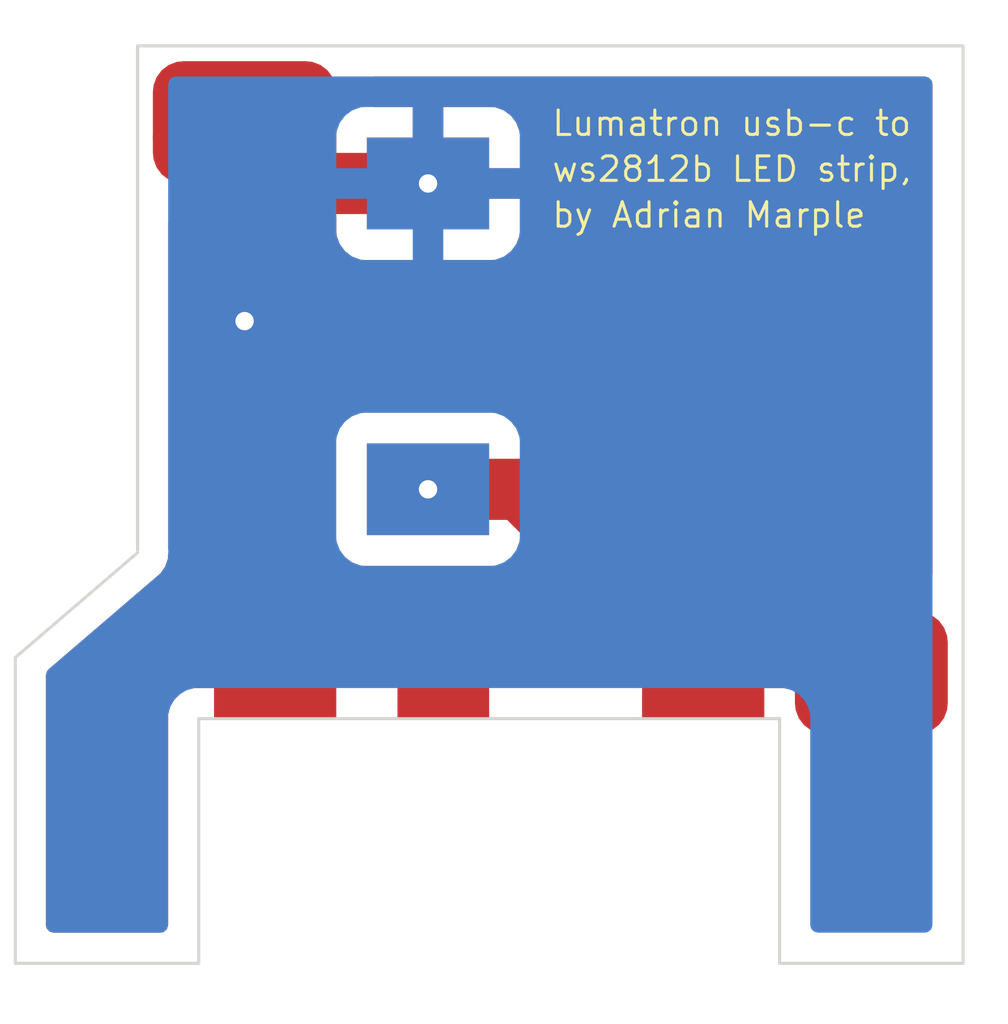
<source format=kicad_pcb>
(kicad_pcb (version 20241229) (generator "pcbnew") (generator_version "9.0")
  (layers (0 "F.Cu" signal) (2 "B.Cu" signal) (13 "F.Paste" user) (15 "B.Paste" user) (5 "F.SilkS" user "F.Silkscreen") (7 "B.SilkS" user "B.Silkscreen") (1 "F.Mask" user) (3 "B.Mask" user) (25 "Edge.Cuts" user))
  (net 0 "")
  (net 1 "Net-(J1-Pin_1)")
  (net 2 "Net-(J1-Pin_3)")
  (net 3 "Net-(J1-Pin_2)")
  (footprint "Connector_Wire:SolderWirePad_1x01_SMD_1x2mm" (layer "F.Cu") (at 33.75 44.25)
    (property "Reference" "J5" (hide yes))
    (property "Value" "Conn_01x02_Pin" (hide yes))
    (pad "1" smd rect (at 0 -5 270) (size 1.5 2) (layers "B.Cu" "B.Mask") (net 1 "Net-(J1-Pin_1)"))
    (pad "2" smd rect (at 0 0 270) (size 1.5 2) (layers "B.Cu" "B.Mask") (net 2 "Net-(J1-Pin_3)"))
  )
  (footprint "Connector_Wire:SolderWirePad_1x01_SMD_1x2mm" (layer "F.Cu") (at 33.75 43)
    (property "Reference" "J1" (hide yes))
    (property "Value" "Conn_01x03_Pin" (hide yes))
    (pad "1" smd rect (at 0 -3.75 90) (size 1.5 2) (layers "F.Cu" "F.Mask" "F.Paste") (net 1 "Net-(J1-Pin_1)"))
    (pad "2" smd rect (at 0 -1.25 90) (size 1.5 2) (layers "F.Cu" "F.Mask") (net 3 "Net-(J1-Pin_2)"))
    (pad "3" smd rect (at 0 1.25 90) (size 1.5 2) (layers "F.Cu" "F.Mask") (net 2 "Net-(J1-Pin_3)"))
  )
  (footprint "Connector_Wire:SolderWirePad_1x01_SMD_1x2mm" (layer "F.Cu") (at 41.25 47.25)
    (property "Reference" "J4" (hide yes))
    (property "Value" "Conn_01x01_Pin" (hide yes))
    (pad "1" smd roundrect (at -0.25 0) (size 2.5 2) (layers "F.Cu" "F.Mask") (net 2 "Net-(J1-Pin_3)"))
  )
  (footprint "Connector_Wire:SolderWirePad_1x01_SMD_1x2mm" (layer "F.Cu") (at 30.75 38.25 -90)
    (property "Reference" "J3" (hide yes))
    (property "Value" "Conn_01x01_Pin" (hide yes))
    (pad "1" smd roundrect (at 0 0 270) (size 2 3) (layers "F.Cu" "F.Mask") (net 1 "Net-(J1-Pin_1)"))
  )
  (footprint "Connector_Wire:SolderWirePad_1x01_SMD_1x2mm" (layer "F.Cu") (at 30 47)
    (property "Reference" "J2" (hide yes))
    (property "Value" "Conn_01x03_Pin" (hide yes))
    (pad "1" smd rect (at 1.25 0.25) (size 2 1.5) (layers "F.Cu" "F.Mask") (net 1 "Net-(J1-Pin_1)"))
    (pad "2" smd rect (at 4 0.25) (size 1.5 1.5) (layers "F.Cu" "F.Mask") (net 3 "Net-(J1-Pin_2)"))
    (pad "3" smd rect (at 8.25 0.25) (size 2 1.5) (layers "F.Cu" "F.Mask") (net 2 "Net-(J1-Pin_3)"))
  )
  (gr_line (start 42.5 37) (end 29 37) (stroke (width 0.05)) (layer "Edge.Cuts"))
  (gr_line (start 27 52) (end 30 52) (stroke (width 0.05)) (layer "Edge.Cuts"))
  (gr_line (start 42.5 52) (end 42.5 37) (stroke (width 0.05)) (layer "Edge.Cuts"))
  (gr_line (start 39.5 52) (end 42.5 52) (stroke (width 0.05)) (layer "Edge.Cuts"))
  (gr_line (start 29 37) (end 29 45.25) (stroke (width 0.05)) (layer "Edge.Cuts"))
  (gr_line (start 27 47) (end 29 45.285715) (stroke (width 0.05)) (layer "Edge.Cuts"))
  (gr_line (start 39.5 48) (end 39.5 52) (stroke (width 0.05)) (layer "Edge.Cuts"))
  (gr_line (start 30 48) (end 39.5 48) (stroke (width 0.05)) (layer "Edge.Cuts"))
  (gr_line (start 27 52) (end 27 47) (stroke (width 0.05)) (layer "Edge.Cuts"))
  (gr_line (start 30 52) (end 30 48) (stroke (width 0.05)) (layer "Edge.Cuts"))
  (gr_text "by Adrian Marple" (at 35.75 40 0) (layer "F.SilkS") (effects (font (size 0.4 0.4) (thickness 0.05)) (justify left bottom)))
  (gr_text "ws2812b LED strip," (at 35.75 39.25 0) (layer "F.SilkS") (effects (font (size 0.4 0.4) (thickness 0.05)) (justify left bottom)))
  (gr_text "Lumatron usb-c to" (at 35.75 38.5 0) (layer "F.SilkS") (effects (font (size 0.4 0.4) (thickness 0.05)) (justify left bottom)))
  (segment (start 33.75 39.25) (end 31.75 39.25) (width 1) (layer "F.Cu") (net 1))
  (segment (start 30.75 38.25) (end 30.75 38.5) (width 0.2) (layer "F.Cu") (net 1))
  (segment (start 29.75 38.5) (end 30.5 38.5) (width 1) (layer "F.Cu") (net 1))
  (segment (start 30.75 38.5) (end 31 38.75) (width 1) (layer "F.Cu") (net 1))
  (segment (start 31.75 39.25) (end 30.75 38.25) (width 1) (layer "F.Cu") (net 1))
  (via (at 30.75 41.5) (size 0.6) (drill 0.3) (layers "F.Cu" "B.Cu") (net 1))
  (via (at 33.75 39.25) (size 0.6) (drill 0.3) (layers "F.Cu" "B.Cu") (net 1))
  (segment (start 38.75 47) (end 38.5 47.25) (width 0.2) (layer "F.Cu") (net 2))
  (segment (start 35.25 44.25) (end 38.25 47.25) (width 1) (layer "F.Cu") (net 2))
  (segment (start 40.25 47) (end 38.75 47) (width 1) (layer "F.Cu") (net 2))
  (segment (start 33.75 44.25) (end 35.25 44.25) (width 1) (layer "F.Cu") (net 2))
  (via (at 33.75 44.25) (size 0.5) (drill 0.3) (layers "F.Cu" "B.Cu") (net 2))
  (segment (start 33.75 41.75) (end 33.5 41.75) (width 0.2) (layer "F.Cu") (net 3))
  (segment (start 32 43.25) (end 32 45.25) (width 0.2) (layer "F.Cu") (net 3))
  (segment (start 32 45.25) (end 34 47.25) (width 0.2) (layer "F.Cu") (net 3))
  (segment (start 33.5 41.75) (end 32 43.25) (width 0.2) (layer "F.Cu") (net 3))
  (zone (net 1) (net_name "Net-(J1-Pin_1)") (layers "F.Cu" "B.Cu") (connect_pads (clearance 0.5)) (min_thickness 0.25) (fill yes (thermal_gap 0.5) (thermal_bridge_width 0.5))
    (polygon (pts (xy 26.75 36.25) (xy 26.75 53) (xy 43.25 53) (xy 43.25 36.25)))
  )
)
</source>
